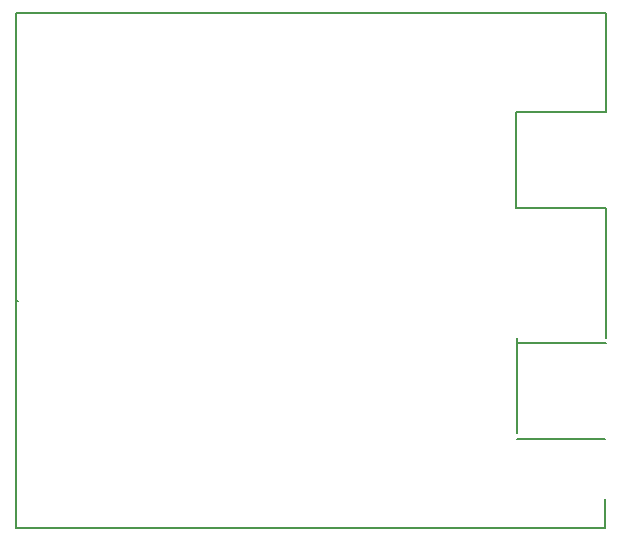
<source format=gbr>
G04 #@! TF.FileFunction,Profile,NP*
%FSLAX46Y46*%
G04 Gerber Fmt 4.6, Leading zero omitted, Abs format (unit mm)*
G04 Created by KiCad (PCBNEW 4.0.4-stable) date 10/15/16 21:45:22*
%MOMM*%
%LPD*%
G01*
G04 APERTURE LIST*
%ADD10C,0.100000*%
%ADD11C,0.150000*%
G04 APERTURE END LIST*
D10*
D11*
X166420800Y-111048800D02*
X166420800Y-107797600D01*
X158902400Y-111506000D02*
X166420800Y-111506000D01*
X158902400Y-119126000D02*
X158902400Y-111048800D01*
X166319200Y-119583200D02*
X158902400Y-119583200D01*
X166420800Y-91948000D02*
X166217600Y-91948000D01*
X166420800Y-83566000D02*
X166420800Y-91948000D01*
X158800800Y-91948000D02*
X166319200Y-91948000D01*
X158800800Y-100025200D02*
X158800800Y-91948000D01*
X166420800Y-100025200D02*
X158800800Y-100025200D01*
X166420800Y-107797600D02*
X166420800Y-100025200D01*
X166370000Y-124663200D02*
X166370000Y-127152400D01*
X116433600Y-127152400D02*
X116484400Y-127152400D01*
X116433600Y-124612400D02*
X116433600Y-127152400D01*
X166370000Y-127152400D02*
X116433600Y-127152400D01*
X116433600Y-107950000D02*
X116433600Y-124612400D01*
X166420800Y-107950000D02*
X166420800Y-107848400D01*
X166420800Y-83566000D02*
X116433600Y-83566000D01*
X116433600Y-107950000D02*
X116636800Y-107950000D01*
X116433600Y-83566000D02*
X116433600Y-107950000D01*
M02*

</source>
